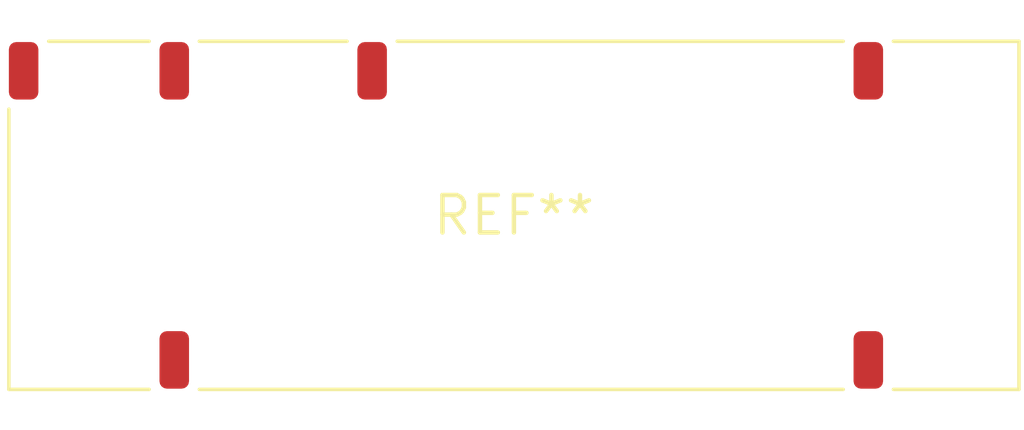
<source format=kicad_pcb>
(kicad_pcb (version 20240108) (generator pcbnew)
  (layers (0 "F.Cu" signal) (31 "B.Cu" signal) (34 "B.Paste" user) (35 "F.Paste" user) (36 "B.SilkS" user "B.Silkscreen") (37 "F.SilkS" user "F.Silkscreen") (38 "B.Mask" user) (39 "F.Mask" user) (44 "Edge.Cuts" user))
  (net 0 "")
  (footprint "Abracon_PRO-OB-471" (layer "F.Cu") (at 0 0)
    (property "Reference" "REF**")
    (property "Value" "Abracon_PRO-OB-471")
    (fp_line (start -17.1 -3.6) (end -17.1 5.9) (layer "F.SilkS") (stroke (width 0.12)))
    (fp_line (start -17.1 5.9) (end -12.35 5.9) (layer "F.SilkS") (stroke (width 0.12)))
    (fp_line (start -15.75 -5.9) (end -12.35 -5.9) (layer "F.SilkS") (stroke (width 0.12)))
    (fp_line (start -10.65 -5.9) (end -5.65 -5.9) (layer "F.SilkS") (stroke (width 0.12)))
    (fp_line (start -10.65 5.9) (end 11.15 5.9) (layer "F.SilkS") (stroke (width 0.12)))
    (fp_line (start -3.95 -5.9) (end 11.15 -5.9) (layer "F.SilkS") (stroke (width 0.12)))
    (fp_line (start 12.85 5.9) (end 17.1 5.9) (layer "F.SilkS") (stroke (width 0.12)))
    (fp_line (start 17.1 -5.9) (end 12.85 -5.9) (layer "F.SilkS") (stroke (width 0.12)))
    (fp_line (start 17.1 5.9) (end 17.1 -5.9) (layer "F.SilkS") (stroke (width 0.12)))
    (pad "1" smd roundrect (at -11.5 -4.9) (size 1 1.95) (layers "F.Cu" "F.Paste" "F.Mask"))
    (pad "2" smd roundrect (at -16.6 -4.9) (size 1 1.95) (layers "F.Cu" "F.Paste" "F.Mask"))
    (pad "3" smd roundrect (at -11.5 4.9) (size 1 1.95) (layers "F.Cu" "F.Paste" "F.Mask"))
    (pad "4" smd roundrect (at 12 4.9) (size 1 1.95) (layers "F.Cu" "F.Paste" "F.Mask"))
    (pad "5" smd roundrect (at 12 -4.9) (size 1 1.95) (layers "F.Cu" "F.Paste" "F.Mask"))
    (pad "6" smd roundrect (at -4.8 -4.9) (size 1 1.95) (layers "F.Cu" "F.Paste" "F.Mask"))
  )
)
</source>
